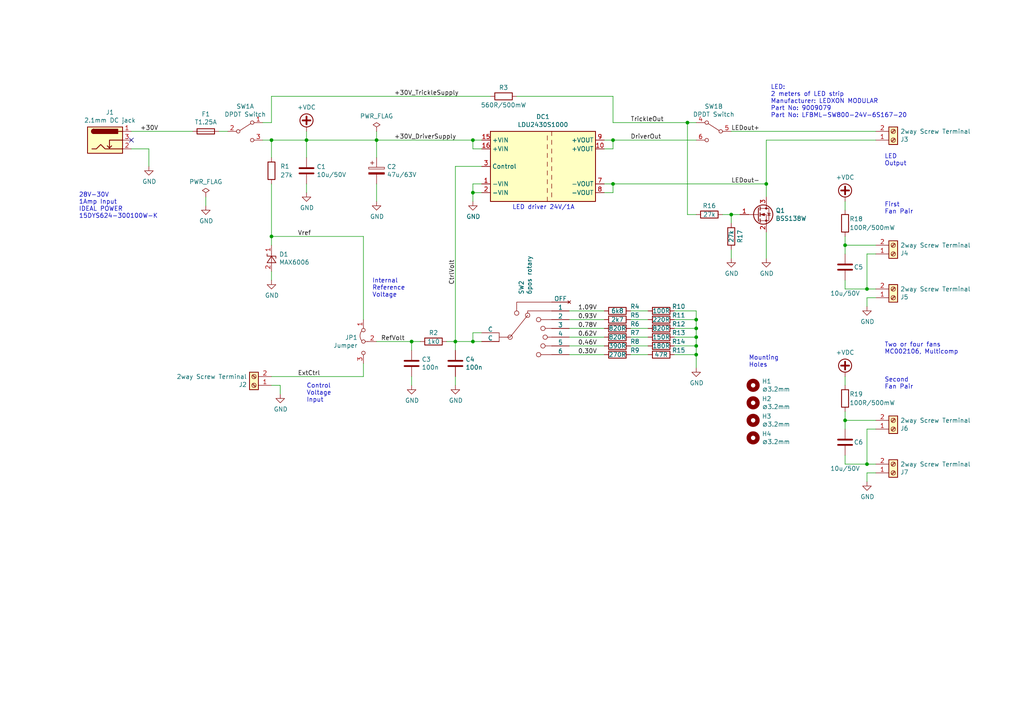
<source format=kicad_sch>
(kicad_sch (version 20230121) (generator eeschema)
  (paper "A4")
  (title_block (title "LED Power Regulator") (date "2019-08-09") (rev "1.1") (company "King's College London") (comment 1 "Jakub Nedbal") (comment 2 "CC-BY-SA"))
  (lib_symbols
    (symbol "Connector:Barrel_Jack_Switch" (pin_names hide)
      (property "Reference" "J" (at 0 5.334 0))
      (property "Value" "Barrel_Jack_Switch" (at 0 -5.08 0))
      (symbol "Barrel_Jack_Switch_0_1"
        (rectangle (start -5.08 3.81) (end 5.08 -3.81) (stroke (width 0.254)) (fill (type background)))
        (arc (start -3.302 3.175) (mid -3.9343 2.54) (end -3.302 1.905) (stroke (width 0.254)))
        (arc (start -3.302 3.175) (mid -3.9343 2.54) (end -3.302 1.905) (stroke (width 0.254)) (fill (type outline)))
        (polyline (pts (xy 1.27 -2.286) (xy 1.905 -1.651)) (stroke (width 0.254)))
        (polyline (pts (xy 5.08 2.54) (xy 3.81 2.54)) (stroke (width 0.254)))
        (polyline (pts (xy 5.08 0) (xy 1.27 0) (xy 1.27 -2.286) (xy 0.635 -1.651)) (stroke (width 0.254)))
        (polyline (pts (xy -3.81 -2.54) (xy -2.54 -2.54) (xy -1.27 -1.27) (xy 0 -2.54) (xy 2.54 -2.54) (xy 5.08 -2.54)) (stroke (width 0.254)))
        (rectangle (start 3.683 3.175) (end -3.302 1.905) (stroke (width 0.254)) (fill (type outline)))
      )
      (symbol "Barrel_Jack_Switch_1_1"
        (pin passive line (at 7.62 2.54 180) (length 2.54) (name "~") (number "1"))
        (pin passive line (at 7.62 -2.54 180) (length 2.54) (name "~") (number "2"))
        (pin passive line (at 7.62 0 180) (length 2.54) (name "~") (number "3"))
      )
    )
    (symbol "Connector:Screw_Terminal_01x02" (pin_names (offset 1.016) hide)
      (property "Reference" "J" (at 0 2.54 0))
      (property "Value" "Screw_Terminal_01x02" (at 0 -5.08 0))
      (symbol "Screw_Terminal_01x02_1_1"
        (rectangle (start -1.27 1.27) (end 1.27 -3.81) (stroke (width 0.254)) (fill (type background)))
        (circle (center 0 -2.54) (radius 0.635) (stroke (width 0.1524)))
        (polyline (pts (xy -0.5334 -2.2098) (xy 0.3302 -3.048)) (stroke (width 0.1524)))
        (polyline (pts (xy -0.5334 0.3302) (xy 0.3302 -0.508)) (stroke (width 0.1524)))
        (polyline (pts (xy -0.3556 -2.032) (xy 0.508 -2.8702)) (stroke (width 0.1524)))
        (polyline (pts (xy -0.3556 0.508) (xy 0.508 -0.3302)) (stroke (width 0.1524)))
        (circle (center 0 0) (radius 0.635) (stroke (width 0.1524)))
        (pin passive line (at -5.08 0 0) (length 3.81) (name "Pin_1") (number "1"))
        (pin passive line (at -5.08 -2.54 0) (length 3.81) (name "Pin_2") (number "2"))
      )
    )
    (symbol "Device:C" (pin_numbers hide) (pin_names (offset 0.254))
      (property "Reference" "C" (at 0.635 2.54 0))
      (property "Value" "C" (at 0.635 -2.54 0))
      (symbol "C_0_1"
        (polyline (pts (xy -2.032 -0.762) (xy 2.032 -0.762)) (stroke (width 0.508)))
        (polyline (pts (xy -2.032 0.762) (xy 2.032 0.762)) (stroke (width 0.508)))
      )
      (symbol "C_1_1"
        (pin passive line (at 0 3.81 270) (length 2.794) (name "~") (number "1"))
        (pin passive line (at 0 -3.81 90) (length 2.794) (name "~") (number "2"))
      )
    )
    (symbol "Device:Fuse" (pin_numbers hide) (pin_names (offset 0))
      (property "Reference" "F" (at 2.032 0 90))
      (property "Value" "Fuse" (at -1.905 0 90))
      (symbol "Fuse_0_1"
        (rectangle (start -0.762 -2.54) (end 0.762 2.54) (stroke (width 0.254)))
        (polyline (pts (xy 0 2.54) (xy 0 -2.54)))
      )
      (symbol "Fuse_1_1"
        (pin passive line (at 0 3.81 270) (length 1.27) (name "~") (number "1"))
        (pin passive line (at 0 -3.81 90) (length 1.27) (name "~") (number "2"))
      )
    )
    (symbol "Device:Q_NMOS_GSD" (pin_names (offset 0) hide)
      (property "Reference" "Q" (at 5.08 1.27 0))
      (property "Value" "Q_NMOS_GSD" (at 5.08 -1.27 0))
      (symbol "Q_NMOS_GSD_0_1"
        (polyline (pts (xy 0.254 0) (xy -2.54 0)))
        (polyline (pts (xy 0.254 1.905) (xy 0.254 -1.905)) (stroke (width 0.254)))
        (polyline (pts (xy 0.762 -1.27) (xy 0.762 -2.286)) (stroke (width 0.254)))
        (polyline (pts (xy 0.762 0.508) (xy 0.762 -0.508)) (stroke (width 0.254)))
        (polyline (pts (xy 0.762 2.286) (xy 0.762 1.27)) (stroke (width 0.254)))
        (polyline (pts (xy 2.54 2.54) (xy 2.54 1.778)))
        (polyline (pts (xy 2.54 -2.54) (xy 2.54 0) (xy 0.762 0)))
        (polyline (pts (xy 0.762 -1.778) (xy 3.302 -1.778) (xy 3.302 1.778) (xy 0.762 1.778)))
        (polyline (pts (xy 1.016 0) (xy 2.032 0.381) (xy 2.032 -0.381) (xy 1.016 0)) (fill (type outline)))
        (polyline (pts (xy 2.794 0.508) (xy 2.921 0.381) (xy 3.683 0.381) (xy 3.81 0.254)))
        (polyline (pts (xy 3.302 0.381) (xy 2.921 -0.254) (xy 3.683 -0.254) (xy 3.302 0.381)))
        (circle (center 1.651 0) (radius 2.794) (stroke (width 0.254)))
        (circle (center 2.54 -1.778) (radius 0.254) (fill (type outline)))
        (circle (center 2.54 1.778) (radius 0.254) (fill (type outline)))
      )
      (symbol "Q_NMOS_GSD_1_1"
        (pin input line (at -5.08 0 0) (length 2.54) (name "G") (number "1"))
        (pin passive line (at 2.54 -5.08 90) (length 2.54) (name "S") (number "2"))
        (pin passive line (at 2.54 5.08 270) (length 2.54) (name "D") (number "3"))
      )
    )
    (symbol "Device:R" (pin_numbers hide) (pin_names (offset 0))
      (property "Reference" "R" (at 2.032 0 90))
      (property "Value" "R" (at 0 0 90))
      (symbol "R_0_1"
        (rectangle (start -1.016 -2.54) (end 1.016 2.54) (stroke (width 0.254)))
      )
      (symbol "R_1_1"
        (pin passive line (at 0 3.81 270) (length 1.27) (name "~") (number "1"))
        (pin passive line (at 0 -3.81 90) (length 1.27) (name "~") (number "2"))
      )
    )
    (symbol "LEDregulator-rescue:CP-Device" (pin_numbers hide) (pin_names (offset 0.254))
      (property "Reference" "C" (at 0.635 2.54 0))
      (property "Value" "Device_CP" (at 0.635 -2.54 0))
      (symbol "CP-Device_0_1"
        (rectangle (start -2.286 0.508) (end 2.286 1.016))
        (polyline (pts (xy -1.778 2.286) (xy -0.762 2.286)))
        (polyline (pts (xy -1.27 2.794) (xy -1.27 1.778)))
        (rectangle (start 2.286 -0.508) (end -2.286 -1.016) (fill (type outline)))
      )
      (symbol "CP-Device_1_1"
        (pin passive line (at 0 3.81 270) (length 2.794) (name "~") (number "1"))
        (pin passive line (at 0 -3.81 90) (length 2.794) (name "~") (number "2"))
      )
    )
    (symbol "LEDregulator-rescue:Jumper_3_Bridged12-Jumper" (pin_names (offset 0) hide)
      (property "Reference" "JP" (at -2.54 -2.54 0))
      (property "Value" "Jumper_Jumper_3_Bridged12" (at 0 2.794 0))
      (symbol "Jumper_3_Bridged12-Jumper_0_0"
        (circle (center -3.302 0) (radius 0.508))
        (circle (center 0 0) (radius 0.508))
        (circle (center 3.302 0) (radius 0.508))
      )
      (symbol "Jumper_3_Bridged12-Jumper_0_1"
        (arc (start -0.254 0.508) (mid -1.651 0.9912) (end -3.048 0.508))
        (polyline (pts (xy 0 -1.27) (xy 0 -0.508)))
      )
      (symbol "Jumper_3_Bridged12-Jumper_1_1"
        (pin passive line (at -6.35 0 0) (length 2.54) (name "A") (number "1"))
        (pin input line (at 0 -3.81 90) (length 2.54) (name "C") (number "2"))
        (pin passive line (at 6.35 0 180) (length 2.54) (name "B") (number "3"))
      )
    )
    (symbol "LEDregulator-rescue:LDU2430S1000-jakub"
      (property "Reference" "DC" (at -11.43 8.89 0))
      (property "Value" "jakub_LDU2430S1000" (at 15.24 8.89 0))
      (symbol "LDU2430S1000-jakub_0_1"
        (rectangle (start -15.24 7.62) (end 15.24 -12.7) (stroke (width 0.254)) (fill (type background)))
        (polyline (pts (xy 1.27 -11.43) (xy 1.27 -12.7)))
        (polyline (pts (xy 1.27 -8.89) (xy 1.27 -10.16)))
        (polyline (pts (xy 1.27 -6.35) (xy 1.27 -7.62)))
        (polyline (pts (xy 1.27 -3.81) (xy 1.27 -5.08)))
        (polyline (pts (xy 1.27 -1.27) (xy 1.27 -2.54)))
        (polyline (pts (xy 1.27 1.27) (xy 1.27 0)))
        (polyline (pts (xy 1.27 3.81) (xy 1.27 2.54)))
        (polyline (pts (xy 1.27 6.35) (xy 1.27 5.08)))
        (polyline (pts (xy 2.54 -10.16) (xy 2.54 -11.43)))
        (polyline (pts (xy 2.54 -7.62) (xy 2.54 -8.89)))
        (polyline (pts (xy 2.54 -5.08) (xy 2.54 -6.35)))
        (polyline (pts (xy 2.54 -2.54) (xy 2.54 -3.81)))
        (polyline (pts (xy 2.54 0) (xy 2.54 -1.27)))
        (polyline (pts (xy 2.54 2.54) (xy 2.54 1.27)))
        (polyline (pts (xy 2.54 5.08) (xy 2.54 3.81)))
        (polyline (pts (xy 2.54 7.62) (xy 2.54 6.35)))
      )
      (symbol "LDU2430S1000-jakub_1_1"
        (pin power_in line (at -17.78 -7.62 0) (length 2.54) (name "-VIN") (number "1"))
        (pin passive line (at 17.78 2.54 180) (length 2.54) (name "+VOUT") (number "10"))
        (pin power_in line (at -17.78 5.08 0) (length 2.54) (name "+VIN") (number "15"))
        (pin power_in line (at -17.78 2.54 0) (length 2.54) (name "+VIN") (number "16"))
        (pin power_in line (at -17.78 -10.16 0) (length 2.54) (name "-VIN") (number "2"))
        (pin input line (at -17.78 -2.54 0) (length 2.54) (name "Control") (number "3"))
        (pin power_out line (at 17.78 -7.62 180) (length 2.54) (name "-VOUT") (number "7"))
        (pin passive line (at 17.78 -10.16 180) (length 2.54) (name "-VOUT") (number "8"))
        (pin power_out line (at 17.78 5.08 180) (length 2.54) (name "+VOUT") (number "9"))
      )
    )
    (symbol "LEDregulator-rescue:SW_Rotary1x6-jakub" (pin_numbers hide) (pin_names (offset 0))
      (property "Reference" "SW" (at 0 19.05 0))
      (property "Value" "jakub_SW_Rotary1x6" (at 0 0 0))
      (symbol "SW_Rotary1x6-jakub_0_0"
        (circle (center -4.445 7.62) (radius 0.635))
        (polyline (pts (xy -4.445 7.62) (xy 0.635 13.97)))
        (polyline (pts (xy 4.445 12.7) (xy 7.62 12.7)))
        (polyline (pts (xy 5.715 5.08) (xy 7.62 5.08)))
        (polyline (pts (xy 5.715 10.16) (xy 7.62 10.16)))
        (polyline (pts (xy 6.35 7.62) (xy 7.62 7.62)))
        (polyline (pts (xy 7.62 2.54) (xy 4.445 2.54)))
        (polyline (pts (xy 0.635 14.605) (xy 0.635 15.24) (xy 7.62 15.24)))
        (circle (center 0.635 13.97) (radius 0.635))
        (circle (center 3.81 2.54) (radius 0.635))
        (circle (center 3.81 12.7) (radius 0.635))
        (circle (center 5.08 5.08) (radius 0.635))
        (circle (center 5.08 10.16) (radius 0.635))
        (circle (center 5.715 7.62) (radius 0.635))
      )
      (symbol "SW_Rotary1x6-jakub_0_1"
        (circle (center -2.54 14.605) (radius 0.635))
        (polyline (pts (xy -7.62 8.89) (xy -7.62 6.35)))
        (polyline (pts (xy -4.445 7.62) (xy -7.62 7.62)))
        (polyline (pts (xy -2.54 15.24) (xy -2.54 17.78) (xy 7.62 17.78)))
        (pin passive line (at 12.7 15.24 180) (length 5.08) (name "1") (number "1"))
        (pin passive line (at -12.7 6.35 0) (length 5.08) (name "C") (number "2"))
        (pin passive line (at 12.7 12.7 180) (length 5.08) (name "2") (number "3"))
        (pin passive line (at 12.7 10.16 180) (length 5.08) (name "3") (number "4"))
        (pin passive line (at 12.7 7.62 180) (length 5.08) (name "4") (number "5"))
        (pin passive line (at 12.7 5.08 180) (length 5.08) (name "5") (number "6"))
        (pin passive line (at -12.7 8.89 0) (length 5.08) (name "C") (number "7"))
        (pin passive line (at 12.7 2.54 180) (length 5.08) (name "6") (number "8"))
        (pin no_connect line (at 12.7 17.78 180) (length 5.08) (name "OFF") (number "OFF"))
      )
    )
    (symbol "Mechanical:MountingHole" (pin_names (offset 1.016))
      (property "Reference" "H" (at 0 5.08 0))
      (property "Value" "MountingHole" (at 0 3.175 0))
      (symbol "MountingHole_0_1"
        (circle (center 0 0) (radius 1.27) (stroke (width 1.27)))
      )
    )
    (symbol "Reference_Voltage:LM4040DBZ-10" (pin_names (offset 0.0254) hide)
      (property "Reference" "U" (at 0 2.54 0))
      (property "Value" "LM4040DBZ-10" (at 0 -3.175 0))
      (symbol "LM4040DBZ-10_0_1"
        (polyline (pts (xy -1.27 0) (xy 0 0) (xy 1.27 0)))
        (polyline (pts (xy -1.27 -1.27) (xy 0.635 0) (xy -1.27 1.27) (xy -1.27 -1.27)) (stroke (width 0.2032)))
        (polyline (pts (xy 0 -1.27) (xy 0.635 -1.27) (xy 0.635 1.27) (xy 1.27 1.27)) (stroke (width 0.2032)))
      )
      (symbol "LM4040DBZ-10_1_1"
        (pin passive line (at 3.81 0 180) (length 2.54) (name "K") (number "1"))
        (pin passive line (at -3.81 0 0) (length 2.54) (name "A") (number "2"))
      )
    )
    (symbol "Switch:SW_DPDT_x2" (pin_names (offset 0) hide)
      (property "Reference" "SW" (at 0 4.318 0))
      (property "Value" "SW_DPDT_x2" (at 0 -5.08 0))
      (symbol "SW_DPDT_x2_0_0"
        (circle (center -2.032 0) (radius 0.508))
        (circle (center 2.032 -2.54) (radius 0.508))
      )
      (symbol "SW_DPDT_x2_0_1"
        (polyline (pts (xy -1.524 0.254) (xy 1.651 2.286)))
        (circle (center 2.032 2.54) (radius 0.508))
      )
      (symbol "SW_DPDT_x2_1_1"
        (pin passive line (at 5.08 2.54 180) (length 2.54) (name "A") (number "1"))
        (pin passive line (at -5.08 0 0) (length 2.54) (name "B") (number "2"))
        (pin passive line (at 5.08 -2.54 180) (length 2.54) (name "C") (number "3"))
      )
      (symbol "SW_DPDT_x2_2_1"
        (pin passive line (at 5.08 2.54 180) (length 2.54) (name "A") (number "4"))
        (pin passive line (at -5.08 0 0) (length 2.54) (name "B") (number "5"))
        (pin passive line (at 5.08 -2.54 180) (length 2.54) (name "C") (number "6"))
      )
    )
    (symbol "power:+VDC" (power) (pin_names (offset 0))
      (property "Value" "+VDC" (at 0 6.35 0))
      (symbol "+VDC_0_1"
        (polyline (pts (xy -1.143 3.175) (xy 1.143 3.175)) (stroke (width 0.508)))
        (polyline (pts (xy 0 0) (xy 0 1.27)))
        (polyline (pts (xy 0 2.032) (xy 0 4.318)) (stroke (width 0.508)))
        (circle (center 0 3.175) (radius 1.905) (stroke (width 0.254)))
      )
      (symbol "+VDC_1_1"
        (pin power_in line (at 0 0 90) (length 0) hide (name "+VDC") (number "1"))
      )
    )
    (symbol "power:GND" (power) (pin_names (offset 0))
      (property "Value" "GND" (at 0 -3.81 0))
      (symbol "GND_0_1"
        (polyline (pts (xy 0 0) (xy 0 -1.27) (xy 1.27 -1.27) (xy 0 -2.54) (xy -1.27 -1.27) (xy 0 -1.27)))
      )
      (symbol "GND_1_1"
        (pin power_in line (at 0 0 270) (length 0) hide (name "GND") (number "1"))
      )
    )
    (symbol "power:PWR_FLAG" (power) (pin_numbers hide) (pin_names (offset 0) hide)
      (property "Value" "PWR_FLAG" (at 0 3.81 0))
      (symbol "PWR_FLAG_0_0"
        (pin power_out line (at 0 0 90) (length 0) (name "pwr") (number "1"))
      )
      (symbol "PWR_FLAG_0_1"
        (polyline (pts (xy 0 0) (xy 0 1.27) (xy -1.016 1.905) (xy 0 2.54) (xy 1.016 1.905) (xy 0 1.27)))
      )
    )
  )
  (junction (at 137.16 99.06))
  (junction (at 132.08 99.06))
  (junction (at 212.09 62.23))
  (junction (at 201.93 92.71))
  (junction (at 245.11 121.92))
  (junction (at 251.46 83.82))
  (junction (at 119.38 99.06))
  (junction (at 177.8 53.34))
  (junction (at 222.25 53.34))
  (junction (at 251.46 134.62))
  (junction (at 78.74 40.64))
  (junction (at 109.22 40.64))
  (junction (at 78.74 68.58))
  (junction (at 201.93 100.33))
  (junction (at 201.93 95.25))
  (junction (at 177.8 40.64))
  (junction (at 245.11 71.12))
  (junction (at 137.16 40.64))
  (junction (at 88.9 40.64))
  (junction (at 201.93 102.87))
  (junction (at 199.39 35.56))
  (junction (at 201.93 97.79))
  (junction (at 137.16 55.88))
  (no_connect (at 38.1 40.64))
  (wire (pts (xy 245.11 71.12) (xy 245.11 73.66)))
  (wire (pts (xy 137.16 58.42) (xy 137.16 55.88)))
  (wire (pts (xy 201.93 95.25) (xy 201.93 92.71)))
  (wire (pts (xy 109.22 38.1) (xy 109.22 40.64)))
  (wire (pts (xy 78.74 35.56) (xy 76.2 35.56)))
  (wire (pts (xy 195.58 102.87) (xy 201.93 102.87)))
  (wire (pts (xy 175.26 97.79) (xy 165.1 97.79)))
  (wire (pts (xy 142.24 27.94) (xy 78.74 27.94)))
  (wire (pts (xy 182.88 90.17) (xy 187.96 90.17)))
  (wire (pts (xy 222.25 67.31) (xy 222.25 74.93)))
  (wire (pts (xy 199.39 35.56) (xy 201.93 35.56)))
  (wire (pts (xy 137.16 99.06) (xy 137.16 96.52)))
  (wire (pts (xy 119.38 111.76) (xy 119.38 109.22)))
  (wire (pts (xy 129.54 99.06) (xy 132.08 99.06)))
  (wire (pts (xy 245.11 121.92) (xy 254 121.92)))
  (wire (pts (xy 212.09 62.23) (xy 212.09 64.77)))
  (wire (pts (xy 38.1 38.1) (xy 55.88 38.1)))
  (wire (pts (xy 78.74 27.94) (xy 78.74 35.56)))
  (wire (pts (xy 251.46 73.66) (xy 251.46 83.82)))
  (wire (pts (xy 245.11 81.28) (xy 245.11 83.82)))
  (wire (pts (xy 132.08 48.26) (xy 139.7 48.26)))
  (wire (pts (xy 78.74 45.72) (xy 78.74 40.64)))
  (wire (pts (xy 88.9 38.1) (xy 88.9 40.64)))
  (wire (pts (xy 109.22 40.64) (xy 137.16 40.64)))
  (wire (pts (xy 63.5 38.1) (xy 66.04 38.1)))
  (wire (pts (xy 78.74 68.58) (xy 78.74 71.12)))
  (wire (pts (xy 182.88 102.87) (xy 187.96 102.87)))
  (wire (pts (xy 76.2 40.64) (xy 78.74 40.64)))
  (wire (pts (xy 212.09 72.39) (xy 212.09 74.93)))
  (wire (pts (xy 212.09 62.23) (xy 214.63 62.23)))
  (wire (pts (xy 175.26 40.64) (xy 177.8 40.64)))
  (wire (pts (xy 201.93 100.33) (xy 201.93 97.79)))
  (wire (pts (xy 78.74 111.76) (xy 81.28 111.76)))
  (wire (pts (xy 137.16 55.88) (xy 139.7 55.88)))
  (wire (pts (xy 177.8 40.64) (xy 201.93 40.64)))
  (wire (pts (xy 251.46 134.62) (xy 245.11 134.62)))
  (wire (pts (xy 182.88 95.25) (xy 187.96 95.25)))
  (wire (pts (xy 254 86.36) (xy 251.46 86.36)))
  (wire (pts (xy 175.26 100.33) (xy 165.1 100.33)))
  (wire (pts (xy 195.58 97.79) (xy 201.93 97.79)))
  (wire (pts (xy 105.41 68.58) (xy 105.41 92.71)))
  (wire (pts (xy 78.74 109.22) (xy 105.41 109.22)))
  (wire (pts (xy 175.26 90.17) (xy 165.1 90.17)))
  (wire (pts (xy 245.11 134.62) (xy 245.11 132.08)))
  (wire (pts (xy 38.1 43.18) (xy 43.18 43.18)))
  (wire (pts (xy 177.8 43.18) (xy 177.8 40.64)))
  (wire (pts (xy 109.22 99.06) (xy 119.38 99.06)))
  (wire (pts (xy 137.16 43.18) (xy 137.16 40.64)))
  (wire (pts (xy 254 137.16) (xy 251.46 137.16)))
  (wire (pts (xy 137.16 40.64) (xy 139.7 40.64)))
  (wire (pts (xy 177.8 53.34) (xy 177.8 55.88)))
  (wire (pts (xy 254 40.64) (xy 222.25 40.64)))
  (wire (pts (xy 245.11 83.82) (xy 251.46 83.82)))
  (wire (pts (xy 209.55 62.23) (xy 212.09 62.23)))
  (wire (pts (xy 132.08 99.06) (xy 132.08 48.26)))
  (wire (pts (xy 177.8 35.56) (xy 199.39 35.56)))
  (wire (pts (xy 251.46 83.82) (xy 254 83.82)))
  (wire (pts (xy 88.9 40.64) (xy 109.22 40.64)))
  (wire (pts (xy 121.92 99.06) (xy 119.38 99.06)))
  (wire (pts (xy 119.38 101.6) (xy 119.38 99.06)))
  (wire (pts (xy 254 38.1) (xy 212.09 38.1)))
  (wire (pts (xy 137.16 55.88) (xy 137.16 53.34)))
  (wire (pts (xy 105.41 109.22) (xy 105.41 105.41)))
  (wire (pts (xy 254 124.46) (xy 251.46 124.46)))
  (wire (pts (xy 201.93 97.79) (xy 201.93 95.25)))
  (wire (pts (xy 175.26 95.25) (xy 165.1 95.25)))
  (wire (pts (xy 88.9 53.34) (xy 88.9 55.88)))
  (wire (pts (xy 195.58 100.33) (xy 201.93 100.33)))
  (wire (pts (xy 81.28 111.76) (xy 81.28 114.3)))
  (wire (pts (xy 175.26 53.34) (xy 177.8 53.34)))
  (wire (pts (xy 149.86 27.94) (xy 177.8 27.94)))
  (wire (pts (xy 78.74 81.28) (xy 78.74 78.74)))
  (wire (pts (xy 139.7 96.52) (xy 137.16 96.52)))
  (wire (pts (xy 251.46 134.62) (xy 254 134.62)))
  (wire (pts (xy 201.93 90.17) (xy 201.93 92.71)))
  (wire (pts (xy 245.11 109.22) (xy 245.11 111.76)))
  (wire (pts (xy 132.08 111.76) (xy 132.08 109.22)))
  (wire (pts (xy 251.46 137.16) (xy 251.46 139.7)))
  (wire (pts (xy 195.58 90.17) (xy 201.93 90.17)))
  (wire (pts (xy 109.22 40.64) (xy 109.22 45.72)))
  (wire (pts (xy 59.69 59.69) (xy 59.69 57.15)))
  (wire (pts (xy 201.93 102.87) (xy 201.93 100.33)))
  (wire (pts (xy 139.7 43.18) (xy 137.16 43.18)))
  (wire (pts (xy 201.93 102.87) (xy 201.93 106.68)))
  (wire (pts (xy 175.26 92.71) (xy 165.1 92.71)))
  (wire (pts (xy 177.8 53.34) (xy 222.25 53.34)))
  (wire (pts (xy 182.88 97.79) (xy 187.96 97.79)))
  (wire (pts (xy 78.74 68.58) (xy 105.41 68.58)))
  (wire (pts (xy 43.18 43.18) (xy 43.18 48.26)))
  (wire (pts (xy 78.74 40.64) (xy 88.9 40.64)))
  (wire (pts (xy 137.16 53.34) (xy 139.7 53.34)))
  (wire (pts (xy 78.74 53.34) (xy 78.74 68.58)))
  (wire (pts (xy 177.8 27.94) (xy 177.8 35.56)))
  (wire (pts (xy 245.11 58.42) (xy 245.11 60.96)))
  (wire (pts (xy 245.11 68.58) (xy 245.11 71.12)))
  (wire (pts (xy 182.88 100.33) (xy 187.96 100.33)))
  (wire (pts (xy 254 73.66) (xy 251.46 73.66)))
  (wire (pts (xy 132.08 101.6) (xy 132.08 99.06)))
  (wire (pts (xy 199.39 35.56) (xy 199.39 62.23)))
  (wire (pts (xy 88.9 45.72) (xy 88.9 40.64)))
  (wire (pts (xy 175.26 102.87) (xy 165.1 102.87)))
  (wire (pts (xy 175.26 43.18) (xy 177.8 43.18)))
  (wire (pts (xy 222.25 40.64) (xy 222.25 53.34)))
  (wire (pts (xy 251.46 86.36) (xy 251.46 88.9)))
  (wire (pts (xy 222.25 57.15) (xy 222.25 53.34)))
  (wire (pts (xy 132.08 99.06) (xy 137.16 99.06)))
  (wire (pts (xy 195.58 95.25) (xy 201.93 95.25)))
  (wire (pts (xy 109.22 53.34) (xy 109.22 58.42)))
  (wire (pts (xy 199.39 62.23) (xy 201.93 62.23)))
  (wire (pts (xy 175.26 55.88) (xy 177.8 55.88)))
  (wire (pts (xy 254 71.12) (xy 245.11 71.12)))
  (wire (pts (xy 251.46 124.46) (xy 251.46 134.62)))
  (wire (pts (xy 245.11 119.38) (xy 245.11 121.92)))
  (wire (pts (xy 182.88 92.71) (xy 187.96 92.71)))
  (wire (pts (xy 201.93 92.71) (xy 195.58 92.71)))
  (wire (pts (xy 245.11 124.46) (xy 245.11 121.92)))
  (wire (pts (xy 139.7 99.06) (xy 137.16 99.06)))
  (text "Control\nVoltage\nInput" (at 88.9 116.84 0) (effects (font (size 1.27 1.27)) (justify left bottom)))
  (text "Two or four fans\nMC002106, Multicomp" (at 256.54 102.87 0) (effects (font (size 1.27 1.27)) (justify left bottom)))
  (text "28V-30V\n1Amp Input\nIDEAL POWER \n15DYS624-300100W-K " (at 22.86 63.5 0) (effects (font (size 1.27 1.27)) (justify left bottom)))
  (text "LED driver 24V/1A" (at 148.59 60.96 0) (effects (font (size 1.27 1.27)) (justify left bottom)))
  (text "LED:\n2 meters of LED strip\nManufacturer: LEDXON MODULAR \nPart No: 9009079 \nPart No: LFBML-SW800-24V-6S167-20 " (at 223.52 34.29 0) (effects (font (size 1.27 1.27)) (justify left bottom)))
  (text "LED\nOutput" (at 256.54 48.26 0) (effects (font (size 1.27 1.27)) (justify left bottom)))
  (text "Mounting\nHoles" (at 217.17 106.68 0) (effects (font (size 1.27 1.27)) (justify left bottom)))
  (text "Second\nFan Pair" (at 256.54 113.03 0) (effects (font (size 1.27 1.27)) (justify left bottom)))
  (text "First\nFan Pair" (at 256.54 62.23 0) (effects (font (size 1.27 1.27)) (justify left bottom)))
  (text "Internal\nReference\nVoltage" (at 107.95 86.36 0) (effects (font (size 1.27 1.27)) (justify left bottom)))
  (label "1.09V" (at 167.64 90.17 0))
  (label "0.46V" (at 167.64 100.33 0))
  (label "+30V" (at 40.64 38.1 0))
  (label "LEDout-" (at 212.09 53.34 0))
  (label "RefVolt" (at 110.49 99.06 0))
  (label "DriverOut" (at 182.88 40.64 0))
  (label "ExtCtrl" (at 86.36 109.22 0))
  (label "CtrlVolt" (at 132.08 82.55 90))
  (label "0.62V" (at 167.64 97.79 0))
  (label "0.30V" (at 167.64 102.87 0))
  (label "0.78V" (at 167.64 95.25 0))
  (label "+30V_DriverSupply" (at 114.3 40.64 0))
  (label "Vref" (at 86.36 68.58 0))
  (label "+30V_TrickleSupply" (at 114.3 27.94 0))
  (label "0.93V" (at 167.64 92.71 0))
  (label "LEDout+" (at 212.09 38.1 0))
  (label "TrickleOut" (at 182.88 35.56 0))
  (symbol (lib_id "LEDregulator-rescue:SW_Rotary1x6-jakub") (at 152.4 105.41 0) (unit 1)
    (property "Reference" "SW2" (at 151.2316 85.4202 90) (effects (justify left)))
    (property "Value" "6pos rotary" (at 153.543 85.4202 90) (effects (justify left)))
    (property "Footprint" "jakub:Nidec_Copal_SS-10-16" (effects hide))
    (property "Datasheet" "http://www.farnell.com/datasheets/2604296.pdf" (effects hide))
    (property "Part Number" "SS-10-16NP-LE" (effects hide))
    (property "Manufacturer" "Nidec Copal" (effects hide))
    (property "Order Code" "2854809" (effects hide))
    (property "Distributor" "Farnell" (effects hide))
    (property "Description" "6-position rotary switch" (effects hide))
  )
  (symbol (lib_id "Switch:SW_DPDT_x2") (at 71.12 38.1 0) (unit 1)
    (property "Reference" "SW1" (at 71.12 30.861 0))
    (property "Value" "DPDT Switch" (at 71.12 33.1724 0))
    (property "Footprint" "jakub:switchDPDT" (effects hide))
    (property "Part Number" "1MD4T1B1M1QE" (effects hide))
    (property "Distributor" "Farnell" (effects hide))
    (property "Manufacturer" "Multicomp" (effects hide))
    (property "Order Code" "9473556" (effects hide))
    (property "Description" "DPDT On-Off-On toggle switch" (effects hide))
  )
  (symbol (lib_id "Switch:SW_DPDT_x2") (at 207.01 38.1 0) (mirror y) (unit 2)
    (property "Reference" "SW1" (at 207.01 30.861 0))
    (property "Value" "DPDT Switch" (at 207.01 33.1724 0))
    (property "Footprint" "jakub:switchDPDT" (effects hide))
  )
  (symbol (lib_id "Connector:Barrel_Jack_Switch") (at 30.48 40.64 0) (unit 1)
    (property "Reference" "J1" (at 31.877 32.5882 0))
    (property "Value" "2.1mm DC jack" (at 31.877 34.8996 0))
    (property "Footprint" "jakub:2.1mmBarrelJack" (effects hide))
    (property "Part Number" "FC681478" (effects hide))
    (property "Manufacturer" "Cliff Electronics" (effects hide))
    (property "Order Code" "2450496" (effects hide))
    (property "Distributor" "Farnell" (effects hide))
    (property "Description" "2.1mm 2A/16V DC power jack" (effects hide))
  )
  (symbol (lib_id "LEDregulator-rescue:CP-Device") (at 109.22 49.53 0) (unit 1)
    (property "Reference" "C2" (at 112.2172 48.3616 0) (effects (justify left)))
    (property "Value" "47u/63V" (at 112.2172 50.673 0) (effects (justify left)))
    (property "Footprint" "Capacitors_SMD:CP_Elec_8x10.5" (effects hide))
    (property "Part Number" "EEE1JA470UP" (effects hide))
    (property "Distributor" "Farnell" (effects hide))
    (property "Manufacturer" "Panasonic" (effects hide))
    (property "Order Code" "2326166" (effects hide))
    (property "Description" "47µF/63V electrolytic capacitor D8mm x H10.2mm" (effects hide))
  )
  (symbol (lib_id "power:GND") (at 43.18 48.26 0) (unit 1)
    (property "Reference" "#PWR01" (effects hide))
    (property "Value" "GND" (at 43.307 52.6542 0))
  )
  (symbol (lib_id "power:GND") (at 109.22 58.42 0) (unit 1)
    (property "Reference" "#PWR06" (effects hide))
    (property "Value" "GND" (at 109.347 62.8142 0))
  )
  (symbol (lib_id "power:GND") (at 137.16 58.42 0) (unit 1)
    (property "Reference" "#PWR09" (effects hide))
    (property "Value" "GND" (at 137.287 62.8142 0))
  )
  (symbol (lib_id "Reference_Voltage:LM4040DBZ-10") (at 78.74 74.93 90) (unit 1)
    (property "Reference" "D1" (at 80.9498 73.7616 90) (effects (justify right)))
    (property "Value" "MAX6006" (at 80.9498 76.073 90) (effects (justify right)))
    (property "Footprint" "TO_SOT_Packages_SMD:SOT-23" (effects hide))
    (property "Part Number" "MAX6006BEUR+T" (effects hide))
    (property "Distributor" "Farnell" (effects hide))
    (property "Manufacturer" "Maxim Integrated" (effects hide))
    (property "Order Code" "2511278" (effects hide))
    (property "Description" "1.25V shunt reference" (effects hide))
  )
  (symbol (lib_id "LEDregulator-rescue:LDU2430S1000-jakub") (at 157.48 45.72 0) (unit 1)
    (property "Reference" "DC1" (at 157.48 33.8582 0))
    (property "Value" "LDU2430S1000" (at 157.48 36.1696 0))
    (property "Footprint" "jakub:XPPOWER_LDU24" (effects hide))
    (property "Part Number" "LDU2430S1000" (effects hide))
    (property "Manufacturer" "XP Power" (effects hide))
    (property "Order Code" "1738296" (effects hide))
    (property "Distributor" "Farnell" (effects hide))
    (property "Description" "24V/1A adjustable LED driver" (effects hide))
  )
  (symbol (lib_id "LEDregulator-rescue:Jumper_3_Bridged12-Jumper") (at 105.41 99.06 90) (mirror x) (unit 1)
    (property "Reference" "JP1" (at 103.7336 97.8916 90) (effects (justify left)))
    (property "Value" "Jumper" (at 103.7336 100.203 90) (effects (justify left)))
    (property "Footprint" "Pin_Headers:Pin_Header_Straight_1x03_Pitch2.54mm" (effects hide))
    (property "Part Number" "2211S-03G" (effects hide))
    (property "Manufacturer" "Multicomp" (effects hide))
    (property "Package" "1x3 row" (effects hide))
    (property "Supplier" "Farnell" (effects hide))
    (property "Order Code" "1593412" (effects hide))
    (property "Note" "3way 2.54mm header" (effects hide))
  )
  (symbol (lib_id "power:GND") (at 78.74 81.28 0) (unit 1)
    (property "Reference" "#PWR02" (effects hide))
    (property "Value" "GND" (at 78.867 85.6742 0))
  )
  (symbol (lib_id "Device:R") (at 179.07 102.87 270) (mirror x) (unit 1)
    (property "Reference" "R9" (at 184.15 101.6 90))
    (property "Value" "270R" (at 179.07 102.87 90))
    (property "Footprint" "Resistor_SMD:R_0603_1608Metric" (effects hide))
    (property "Part Number" "MCWR06X2700FTL" (effects hide))
    (property "Distributor" "Farnell" (effects hide))
    (property "Manufacturer" "Multicomp" (effects hide))
    (property "Order Code" "2447314" (effects hide))
    (property "Description" "270Ω 0603 1% SMD resistor" (effects hide))
  )
  (symbol (lib_id "Device:C") (at 88.9 49.53 0) (unit 1)
    (property "Reference" "C1" (at 91.821 48.3616 0) (effects (justify left)))
    (property "Value" "10u/50V" (at 91.821 50.673 0) (effects (justify left)))
    (property "Footprint" "Capacitor_SMD:C_1206_3216Metric" (effects hide))
    (property "Part Number" "GRT31CR61H106KE01L" (effects hide))
    (property "Distributor" "Farnell" (effects hide))
    (property "Manufacturer" "Murata" (effects hide))
    (property "Order Code" "2672214" (effects hide))
    (property "Description" "10µF/50V 1206 ceramic capacitor" (effects hide))
  )
  (symbol (lib_id "Device:C") (at 119.38 105.41 0) (unit 1)
    (property "Reference" "C3" (at 122.301 104.2416 0) (effects (justify left)))
    (property "Value" "100n" (at 122.301 106.553 0) (effects (justify left)))
    (property "Footprint" "Capacitor_SMD:C_0603_1608Metric" (effects hide))
    (property "Part Number" "MC0603B104K500CT" (effects hide))
    (property "Distributor" "Farnell" (effects hide))
    (property "Manufacturer" "Multicomp" (effects hide))
    (property "Order Code" "1759122" (effects hide))
    (property "Description" "100nF/50V X7R 0603 ceramic capacitor" (effects hide))
  )
  (symbol (lib_id "Connector:Screw_Terminal_01x02") (at 73.66 111.76 180) (unit 1)
    (property "Reference" "J2" (at 71.628 111.5568 0) (effects (justify left)))
    (property "Value" "2way Screw Terminal" (at 71.628 109.2454 0) (effects (justify left)))
    (property "Footprint" "TerminalBlock_MetzConnect:TerminalBlock_MetzConnect_Type086_RT03402HBLC_1x02_P3.81mm_Horizontal" (effects hide))
    (property "Part Number" "MC000018" (effects hide))
    (property "Distributor" "Farnell" (effects hide))
    (property "Manufacturer" "Multicomp" (effects hide))
    (property "Order Code" "2007985" (effects hide))
    (property "Description" "2way 3.81mm screw terminal" (effects hide))
  )
  (symbol (lib_id "power:GND") (at 119.38 111.76 0) (unit 1)
    (property "Reference" "#PWR07" (effects hide))
    (property "Value" "GND" (at 119.507 116.1542 0))
  )
  (symbol (lib_id "power:GND") (at 81.28 114.3 0) (unit 1)
    (property "Reference" "#PWR03" (effects hide))
    (property "Value" "GND" (at 81.407 118.6942 0))
  )
  (symbol (lib_id "power:GND") (at 88.9 55.88 0) (unit 1)
    (property "Reference" "#PWR05" (effects hide))
    (property "Value" "GND" (at 89.027 60.2742 0))
  )
  (symbol (lib_id "Connector:Screw_Terminal_01x02") (at 259.08 40.64 0) (mirror x) (unit 1)
    (property "Reference" "J3" (at 261.112 40.4368 0) (effects (justify left)))
    (property "Value" "2way Screw Terminal" (at 261.112 38.1254 0) (effects (justify left)))
    (property "Footprint" "TerminalBlock_MetzConnect:TerminalBlock_MetzConnect_Type086_RT03402HBLC_1x02_P3.81mm_Horizontal" (effects hide))
    (property "Part Number" "MC000018" (effects hide))
    (property "Distributor" "Farnell" (effects hide))
    (property "Manufacturer" "Multicomp" (effects hide))
    (property "Order Code" "2007985" (effects hide))
    (property "Description" "2way 3.81mm screw terminal" (effects hide))
  )
  (symbol (lib_id "power:PWR_FLAG") (at 109.22 38.1 0) (unit 1)
    (property "Reference" "#FLG01" (effects hide))
    (property "Value" "PWR_FLAG" (at 109.22 33.6804 0))
  )
  (symbol (lib_id "Device:C") (at 132.08 105.41 0) (unit 1)
    (property "Reference" "C4" (at 135.001 104.2416 0) (effects (justify left)))
    (property "Value" "100n" (at 135.001 106.553 0) (effects (justify left)))
    (property "Footprint" "Capacitor_SMD:C_0603_1608Metric" (effects hide))
    (property "Part Number" "MC0603B104K500CT" (effects hide))
    (property "Distributor" "Farnell" (effects hide))
    (property "Manufacturer" "Multicomp" (effects hide))
    (property "Order Code" "1759122" (effects hide))
    (property "Description" "100nF/50V X7R 0603 ceramic capacitor" (effects hide))
  )
  (symbol (lib_id "Device:R") (at 191.77 97.79 270) (unit 1)
    (property "Reference" "R13" (at 196.85 96.52 90))
    (property "Value" "150R" (at 191.77 97.79 90))
    (property "Footprint" "Resistor_SMD:R_0603_1608Metric" (effects hide))
    (property "Part Number" "MCWR06X1500FTL" (effects hide))
    (property "Distributor" "Farnell" (effects hide))
    (property "Manufacturer" "Multicomp" (effects hide))
    (property "Order Code" "2447255" (effects hide))
    (property "Description" "150Ω 0603 1% SMD resistor" (effects hide))
  )
  (symbol (lib_id "Device:R") (at 191.77 102.87 270) (unit 1)
    (property "Reference" "R15" (at 196.85 101.6 90))
    (property "Value" "47R" (at 191.77 102.87 90))
    (property "Footprint" "Resistor_SMD:R_0603_1608Metric" (effects hide))
    (property "Part Number" "MCWF06P47R0FTL" (effects hide))
    (property "Distributor" "Farnell" (effects hide))
    (property "Manufacturer" "Multicomp" (effects hide))
    (property "Order Code" "2694082" (effects hide))
    (property "Description" "47Ω 0603 1% SMD resistor" (effects hide))
  )
  (symbol (lib_id "Device:R") (at 179.07 100.33 270) (unit 1)
    (property "Reference" "R8" (at 184.15 99.06 90))
    (property "Value" "390R" (at 179.07 100.33 90))
    (property "Footprint" "Resistor_SMD:R_0603_1608Metric" (effects hide))
    (property "Part Number" "MCWR06X3900FTL" (effects hide))
    (property "Distributor" "Farnell" (effects hide))
    (property "Manufacturer" "Multicomp" (effects hide))
    (property "Order Code" "2447353" (effects hide))
    (property "Description" "390Ω 0603 1% SMD resistor" (effects hide))
  )
  (symbol (lib_id "Device:R") (at 191.77 100.33 270) (unit 1)
    (property "Reference" "R14" (at 196.85 99.06 90))
    (property "Value" "180R" (at 191.77 100.33 90))
    (property "Footprint" "Resistor_SMD:R_0603_1608Metric" (effects hide))
    (property "Part Number" "MCWR06X1800FTL" (effects hide))
    (property "Distributor" "Farnell" (effects hide))
    (property "Manufacturer" "Multicomp" (effects hide))
    (property "Order Code" "2447267" (effects hide))
    (property "Description" "180Ω 0603 1% SMD resistor" (effects hide))
  )
  (symbol (lib_id "power:GND") (at 201.93 106.68 0) (unit 1)
    (property "Reference" "#PWR010" (effects hide))
    (property "Value" "GND" (at 202.057 111.0742 0))
  )
  (symbol (lib_id "Device:R") (at 179.07 92.71 270) (unit 1)
    (property "Reference" "R5" (at 184.15 91.44 90))
    (property "Value" "2k7" (at 179.07 92.71 90))
    (property "Footprint" "Resistor_SMD:R_0603_1608Metric" (effects hide))
    (property "Part Number" "MCWR06X2701FTL" (effects hide))
    (property "Distributor" "Farnell" (effects hide))
    (property "Manufacturer" "Multicomp" (effects hide))
    (property "Order Code" "2447324" (effects hide))
    (property "Description" "2.7kΩ 0603 1% SMD resistor" (effects hide))
  )
  (symbol (lib_id "Device:R") (at 191.77 95.25 270) (unit 1)
    (property "Reference" "R12" (at 196.85 93.98 90))
    (property "Value" "820R" (at 191.77 95.25 90))
    (property "Footprint" "Resistor_SMD:R_0603_1608Metric" (effects hide))
    (property "Part Number" "MCWR06X8200FTL" (effects hide))
    (property "Distributor" "Farnell" (effects hide))
    (property "Manufacturer" "Multicomp" (effects hide))
    (property "Order Code" "2447437" (effects hide))
    (property "Description" "820Ω 0603 1% SMD resistor" (effects hide))
  )
  (symbol (lib_id "Device:R") (at 179.07 97.79 270) (unit 1)
    (property "Reference" "R7" (at 184.15 96.52 90))
    (property "Value" "820R" (at 179.07 97.79 90))
    (property "Footprint" "Resistor_SMD:R_0603_1608Metric" (effects hide))
    (property "Part Number" "MCWR06X8200FTL" (effects hide))
    (property "Distributor" "Farnell" (effects hide))
    (property "Manufacturer" "Multicomp" (effects hide))
    (property "Order Code" "2447437" (effects hide))
    (property "Description" "820Ω 0603 1% SMD resistor" (effects hide))
  )
  (symbol (lib_id "Device:R") (at 179.07 95.25 270) (unit 1)
    (property "Reference" "R6" (at 184.15 93.98 90))
    (property "Value" "820R" (at 179.07 95.25 90))
    (property "Footprint" "Resistor_SMD:R_0603_1608Metric" (effects hide))
    (property "Part Number" "MCWR06X8200FTL" (effects hide))
    (property "Distributor" "Farnell" (effects hide))
    (property "Manufacturer" "Multicomp" (effects hide))
    (property "Order Code" "2447437" (effects hide))
    (property "Description" "820Ω 0603 1% SMD resistor" (effects hide))
  )
  (symbol (lib_id "Device:R") (at 191.77 92.71 270) (unit 1)
    (property "Reference" "R11" (at 196.85 91.44 90))
    (property "Value" "220R" (at 191.77 92.71 90))
    (property "Footprint" "Resistor_SMD:R_0603_1608Metric" (effects hide))
    (property "Part Number" "MCWR06X2200FTL" (effects hide))
    (property "Distributor" "Farnell" (effects hide))
    (property "Manufacturer" "Multicomp" (effects hide))
    (property "Order Code" "2447298" (effects hide))
    (property "Description" "220Ω 0603 1% SMD resistor" (effects hide))
  )
  (symbol (lib_id "Device:R") (at 179.07 90.17 270) (unit 1)
    (property "Reference" "R4" (at 184.15 88.9 90))
    (property "Value" "6k8" (at 179.07 90.17 90))
    (property "Footprint" "Resistor_SMD:R_0603_1608Metric" (effects hide))
    (property "Part Number" "MCWR06X6801FTL" (effects hide))
    (property "Distributor" "Farnell" (effects hide))
    (property "Manufacturer" "Multicomp" (effects hide))
    (property "Order Code" "2447427" (effects hide))
    (property "Description" "6.8kΩ 0603 1% SMD resistor" (effects hide))
  )
  (symbol (lib_id "Device:R") (at 191.77 90.17 270) (unit 1)
    (property "Reference" "R10" (at 196.85 88.9 90))
    (property "Value" "100R" (at 191.77 90.17 90))
    (property "Footprint" "Resistor_SMD:R_0603_1608Metric" (effects hide))
    (property "Part Number" "MCWR06X1000FTL" (effects hide))
    (property "Distributor" "Farnell" (effects hide))
    (property "Manufacturer" "Multicomp" (effects hide))
    (property "Order Code" "2447227" (effects hide))
    (property "Description" "100Ω 0603 1% SMD resistor" (effects hide))
  )
  (symbol (lib_id "Device:R") (at 78.74 49.53 0) (unit 1)
    (property "Reference" "R1" (at 81.28 48.26 0) (effects (justify left)))
    (property "Value" "27k" (at 81.28 50.8 0) (effects (justify left)))
    (property "Footprint" "Resistor_SMD:R_0603_1608Metric" (effects hide))
    (property "Part Number" "MCWR06X2702FTL" (effects hide))
    (property "Distributor" "Farnell" (effects hide))
    (property "Manufacturer" "Multicomp" (effects hide))
    (property "Order Code" "2447315" (effects hide))
    (property "Description" "27kΩ 0603 1% SMD resistor" (effects hide))
  )
  (symbol (lib_id "power:GND") (at 132.08 111.76 0) (unit 1)
    (property "Reference" "#PWR08" (effects hide))
    (property "Value" "GND" (at 132.207 116.1542 0))
  )
  (symbol (lib_id "Device:R") (at 125.73 99.06 270) (unit 1)
    (property "Reference" "R2" (at 125.73 96.52 90))
    (property "Value" "1k0" (at 125.73 99.06 90))
    (property "Footprint" "Resistor_SMD:R_0603_1608Metric" (effects hide))
    (property "Part Number" "MCWR06X1001FTL" (effects hide))
    (property "Distributor" "Farnell" (effects hide))
    (property "Manufacturer" "Multicomp" (effects hide))
    (property "Order Code" "2447272" (effects hide))
    (property "Description" "1kΩ 0603 1% SMD resistor" (effects hide))
  )
  (symbol (lib_id "Mechanical:MountingHole") (at 218.44 111.76 0) (unit 1)
    (property "Reference" "H1" (at 220.98 110.5916 0) (effects (justify left)))
    (property "Value" "⌀3.2mm" (at 220.98 112.903 0) (effects (justify left)))
    (property "Footprint" "Mounting_Holes:MountingHole_3.2mm_M3" (effects hide))
  )
  (symbol (lib_id "Mechanical:MountingHole") (at 218.44 116.84 0) (unit 1)
    (property "Reference" "H2" (at 220.98 115.6716 0) (effects (justify left)))
    (property "Value" "⌀3.2mm" (at 220.98 117.983 0) (effects (justify left)))
    (property "Footprint" "Mounting_Holes:MountingHole_3.2mm_M3" (effects hide))
  )
  (symbol (lib_id "Mechanical:MountingHole") (at 218.44 121.92 0) (unit 1)
    (property "Reference" "H3" (at 220.98 120.7516 0) (effects (justify left)))
    (property "Value" "⌀3.2mm" (at 220.98 123.063 0) (effects (justify left)))
    (property "Footprint" "Mounting_Holes:MountingHole_3.2mm_M3" (effects hide))
  )
  (symbol (lib_id "Mechanical:MountingHole") (at 218.44 127 0) (unit 1)
    (property "Reference" "H4" (at 220.98 125.8316 0) (effects (justify left)))
    (property "Value" "⌀3.2mm" (at 220.98 128.143 0) (effects (justify left)))
    (property "Footprint" "Mounting_Holes:MountingHole_3.2mm_M3" (effects hide))
  )
  (symbol (lib_id "Device:Fuse") (at 59.69 38.1 270) (unit 1)
    (property "Reference" "F1" (at 59.69 33.0962 90))
    (property "Value" "T1.25A" (at 59.69 35.4076 90))
    (property "Footprint" "Fuse_Holders_and_Fuses:Fuseholder5x20_horiz_open_lateral_Type-II" (effects hide))
    (property "Part Number" "0751.0052" (effects hide))
    (property "Manufacturer" "Schurter" (effects hide))
    (property "Supplier" "Farnell" (effects hide))
    (property "Order Code" "2309093" (effects hide))
    (property "Note" "1.25Amp 5x20mm fuse in a holder" (effects hide))
  )
  (symbol (lib_id "Device:R") (at 146.05 27.94 270) (unit 1)
    (property "Reference" "R3" (at 146.05 25.4 90))
    (property "Value" "560R/500mW" (at 146.05 30.48 90))
    (property "Footprint" "Resistor_SMD:R_1206_3216Metric_Pad1.42x1.75mm_HandSolder" (effects hide))
    (property "Part Number" "CRGH1206F560R" (effects hide))
    (property "Distributor" "Farnell" (effects hide))
    (property "Manufacturer" "TE Connectivity" (effects hide))
    (property "Order Code" "2332136" (effects hide))
    (property "Description" "560Ω 1206 1% 500mW SMD resistor" (effects hide))
  )
  (symbol (lib_id "Device:Q_NMOS_GSD") (at 219.71 62.23 0) (unit 1)
    (property "Reference" "Q1" (at 224.9424 61.0616 0) (effects (justify left)))
    (property "Value" "BSS138W" (at 224.9424 63.373 0) (effects (justify left)))
    (property "Footprint" "Package_TO_SOT_SMD:SOT-23" (effects hide))
    (property "Manufacturer" "Diodes" (effects hide))
    (property "Part Number" "BSS138W-7-F" (effects hide))
    (property "Supplier" "Farnell" (effects hide))
    (property "Order Code" "1713833" (effects hide))
    (property "Alt. Supplier" "Seeed OPL" (effects hide))
    (property "Alt. Order Code" "305030000" (effects hide))
    (property "Package" "SOT-23" (effects hide))
    (property "Description" "50 V 200 mA N-channel MOSFET" (effects hide))
  )
  (symbol (lib_id "power:GND") (at 222.25 74.93 0) (unit 1)
    (property "Reference" "#PWR012" (effects hide))
    (property "Value" "GND" (at 222.377 79.3242 0))
  )
  (symbol (lib_id "power:GND") (at 212.09 74.93 0) (unit 1)
    (property "Reference" "#PWR011" (effects hide))
    (property "Value" "GND" (at 212.217 79.3242 0))
  )
  (symbol (lib_id "Device:R") (at 205.74 62.23 270) (unit 1)
    (property "Reference" "R16" (at 205.74 59.69 90))
    (property "Value" "27k" (at 205.74 62.23 90))
    (property "Footprint" "Resistor_SMD:R_0603_1608Metric" (effects hide))
    (property "Part Number" "MCWR06X2702FTL" (effects hide))
    (property "Distributor" "Farnell" (effects hide))
    (property "Manufacturer" "Multicomp" (effects hide))
    (property "Order Code" "2447315" (effects hide))
    (property "Description" "27kΩ 0603 1% SMD resistor" (effects hide))
  )
  (symbol (lib_id "Device:R") (at 212.09 68.58 180) (unit 1)
    (property "Reference" "R17" (at 214.63 68.58 90))
    (property "Value" "27k" (at 212.09 68.58 90))
    (property "Footprint" "Resistor_SMD:R_0603_1608Metric" (effects hide))
    (property "Part Number" "MCWR06X2702FTL" (effects hide))
    (property "Distributor" "Farnell" (effects hide))
    (property "Manufacturer" "Multicomp" (effects hide))
    (property "Order Code" "2447315" (effects hide))
    (property "Description" "27kΩ 0603 1% SMD resistor" (effects hide))
  )
  (symbol (lib_id "Connector:Screw_Terminal_01x02") (at 259.08 73.66 0) (mirror x) (unit 1)
    (property "Reference" "J4" (at 261.112 73.4568 0) (effects (justify left)))
    (property "Value" "2way Screw Terminal" (at 261.112 71.1454 0) (effects (justify left)))
    (property "Footprint" "TerminalBlock_MetzConnect:TerminalBlock_MetzConnect_Type086_RT03402HBLC_1x02_P3.81mm_Horizontal" (effects hide))
    (property "Part Number" "MC000018" (effects hide))
    (property "Distributor" "Farnell" (effects hide))
    (property "Manufacturer" "Multicomp" (effects hide))
    (property "Order Code" "2007985" (effects hide))
    (property "Description" "2way 3.81mm screw terminal" (effects hide))
  )
  (symbol (lib_id "Connector:Screw_Terminal_01x02") (at 259.08 86.36 0) (mirror x) (unit 1)
    (property "Reference" "J5" (at 261.112 86.1568 0) (effects (justify left)))
    (property "Value" "2way Screw Terminal" (at 261.112 83.8454 0) (effects (justify left)))
    (property "Footprint" "TerminalBlock_MetzConnect:TerminalBlock_MetzConnect_Type086_RT03402HBLC_1x02_P3.81mm_Horizontal" (effects hide))
    (property "Part Number" "MC000018" (effects hide))
    (property "Distributor" "Farnell" (effects hide))
    (property "Manufacturer" "Multicomp" (effects hide))
    (property "Order Code" "2007985" (effects hide))
    (property "Description" "2way 3.81mm screw terminal" (effects hide))
  )
  (symbol (lib_id "Connector:Screw_Terminal_01x02") (at 259.08 124.46 0) (mirror x) (unit 1)
    (property "Reference" "J6" (at 261.112 124.2568 0) (effects (justify left)))
    (property "Value" "2way Screw Terminal" (at 261.112 121.9454 0) (effects (justify left)))
    (property "Footprint" "TerminalBlock_MetzConnect:TerminalBlock_MetzConnect_Type086_RT03402HBLC_1x02_P3.81mm_Horizontal" (effects hide))
    (property "Part Number" "MC000018" (effects hide))
    (property "Distributor" "Farnell" (effects hide))
    (property "Manufacturer" "Multicomp" (effects hide))
    (property "Order Code" "2007985" (effects hide))
    (property "Description" "2way 3.81mm screw terminal" (effects hide))
  )
  (symbol (lib_id "Connector:Screw_Terminal_01x02") (at 259.08 137.16 0) (mirror x) (unit 1)
    (property "Reference" "J7" (at 261.112 136.9568 0) (effects (justify left)))
    (property "Value" "2way Screw Terminal" (at 261.112 134.6454 0) (effects (justify left)))
    (property "Footprint" "TerminalBlock_MetzConnect:TerminalBlock_MetzConnect_Type086_RT03402HBLC_1x02_P3.81mm_Horizontal" (effects hide))
    (property "Part Number" "MC000018" (effects hide))
    (property "Distributor" "Farnell" (effects hide))
    (property "Manufacturer" "Multicomp" (effects hide))
    (property "Order Code" "2007985" (effects hide))
    (property "Description" "2way 3.81mm screw terminal" (effects hide))
  )
  (symbol (lib_id "Device:C") (at 245.11 128.27 0) (unit 1)
    (property "Reference" "C6" (at 247.65 128.27 0) (effects (justify left)))
    (property "Value" "10u/50V" (at 245.11 135.89 0))
    (property "Footprint" "Capacitor_SMD:C_1206_3216Metric" (effects hide))
    (property "Part Number" "GRT31CR61H106KE01L" (effects hide))
    (property "Distributor" "Farnell" (effects hide))
    (property "Manufacturer" "Murata" (effects hide))
    (property "Order Code" "2672214" (effects hide))
    (property "Description" "10µF/50V 1206 ceramic capacitor" (effects hide))
  )
  (symbol (lib_id "Device:C") (at 245.11 77.47 0) (unit 1)
    (property "Reference" "C5" (at 247.65 77.47 0) (effects (justify left)))
    (property "Value" "10u/50V" (at 245.11 85.09 0))
    (property "Footprint" "Capacitor_SMD:C_1206_3216Metric" (effects hide))
    (property "Part Number" "GRT31CR61H106KE01L" (effects hide))
    (property "Distributor" "Farnell" (effects hide))
    (property "Manufacturer" "Murata" (effects hide))
    (property "Order Code" "2672214" (effects hide))
    (property "Description" "10µF/50V 1206 ceramic capacitor" (effects hide))
  )
  (symbol (lib_id "power:GND") (at 251.46 139.7 0) (unit 1)
    (property "Reference" "#PWR016" (effects hide))
    (property "Value" "GND" (at 251.587 144.0942 0))
  )
  (symbol (lib_id "power:GND") (at 251.46 88.9 0) (unit 1)
    (property "Reference" "#PWR015" (effects hide))
    (property "Value" "GND" (at 251.587 93.2942 0))
  )
  (symbol (lib_id "Device:R") (at 245.11 64.77 0) (unit 1)
    (property "Reference" "R18" (at 246.38 63.5 0) (effects (justify left)))
    (property "Value" "100R/500mW" (at 246.38 66.04 0) (effects (justify left)))
    (property "Footprint" "Resistor_SMD:R_1206_3216Metric_Pad1.42x1.75mm_HandSolder" (effects hide))
    (property "Part Number" "CRGH1206F100R" (effects hide))
    (property "Manufacturer" "TE Connectivity" (effects hide))
    (property "Order Code" "2332126" (effects hide))
    (property "Description" "100Ω 1206 1% 500mW power SMD resistor" (effects hide))
    (property "Supplier" "Farnell" (effects hide))
    (property "Package" "1206" (effects hide))
  )
  (symbol (lib_id "power:+VDC") (at 245.11 58.42 0) (unit 1)
    (property "Reference" "#PWR013" (effects hide))
    (property "Value" "+VDC" (at 245.11 51.435 0))
  )
  (symbol (lib_id "power:+VDC") (at 88.9 38.1 0) (unit 1)
    (property "Reference" "#PWR04" (effects hide))
    (property "Value" "+VDC" (at 88.9 31.115 0))
  )
  (symbol (lib_id "Device:R") (at 245.11 115.57 0) (unit 1)
    (property "Reference" "R19" (at 246.38 114.3 0) (effects (justify left)))
    (property "Value" "100R/500mW" (at 246.38 116.84 0) (effects (justify left)))
    (property "Footprint" "Resistor_SMD:R_1206_3216Metric_Pad1.42x1.75mm_HandSolder" (effects hide))
    (property "Part Number" "CRGH1206F100R" (effects hide))
    (property "Manufacturer" "TE Connectivity" (effects hide))
    (property "Order Code" "2332126" (effects hide))
    (property "Description" "100Ω 1206 1% 500mW power SMD resistor" (effects hide))
    (property "Supplier" "Farnell" (effects hide))
    (property "Package" "1206" (effects hide))
  )
  (symbol (lib_id "power:+VDC") (at 245.11 109.22 0) (unit 1)
    (property "Reference" "#PWR014" (effects hide))
    (property "Value" "+VDC" (at 245.11 102.235 0))
  )
  (symbol (lib_id "power:PWR_FLAG") (at 59.69 57.15 0) (unit 1)
    (property "Reference" "#FLG0101" (effects hide))
    (property "Value" "PWR_FLAG" (at 59.69 52.7304 0))
  )
  (symbol (lib_id "power:GND") (at 59.69 59.69 0) (unit 1)
    (property "Reference" "#PWR0101" (effects hide))
    (property "Value" "GND" (at 59.817 64.0842 0))
  )
)
</source>
